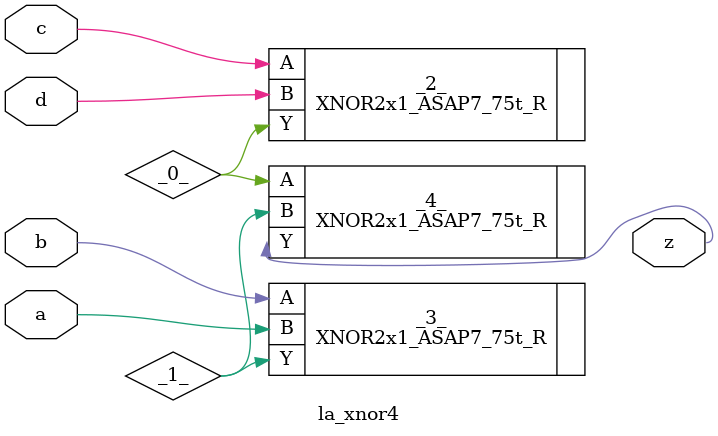
<source format=v>

/* Generated by Yosys 0.44 (git sha1 80ba43d26, g++ 11.4.0-1ubuntu1~22.04 -fPIC -O3) */

(* top =  1  *)
(* src = "generated" *)
(* keep_hierarchy *)
module la_xnor4 (
    a,
    b,
    c,
    d,
    z
);
  wire _0_;
  wire _1_;
  (* src = "generated" *)
  input a;
  wire a;
  (* src = "generated" *)
  input b;
  wire b;
  (* src = "generated" *)
  input c;
  wire c;
  (* src = "generated" *)
  input d;
  wire d;
  (* src = "generated" *)
  output z;
  wire z;
  XNOR2x1_ASAP7_75t_R _2_ (
      .A(c),
      .B(d),
      .Y(_0_)
  );
  XNOR2x1_ASAP7_75t_R _3_ (
      .A(b),
      .B(a),
      .Y(_1_)
  );
  XNOR2x1_ASAP7_75t_R _4_ (
      .A(_0_),
      .B(_1_),
      .Y(z)
  );
endmodule

</source>
